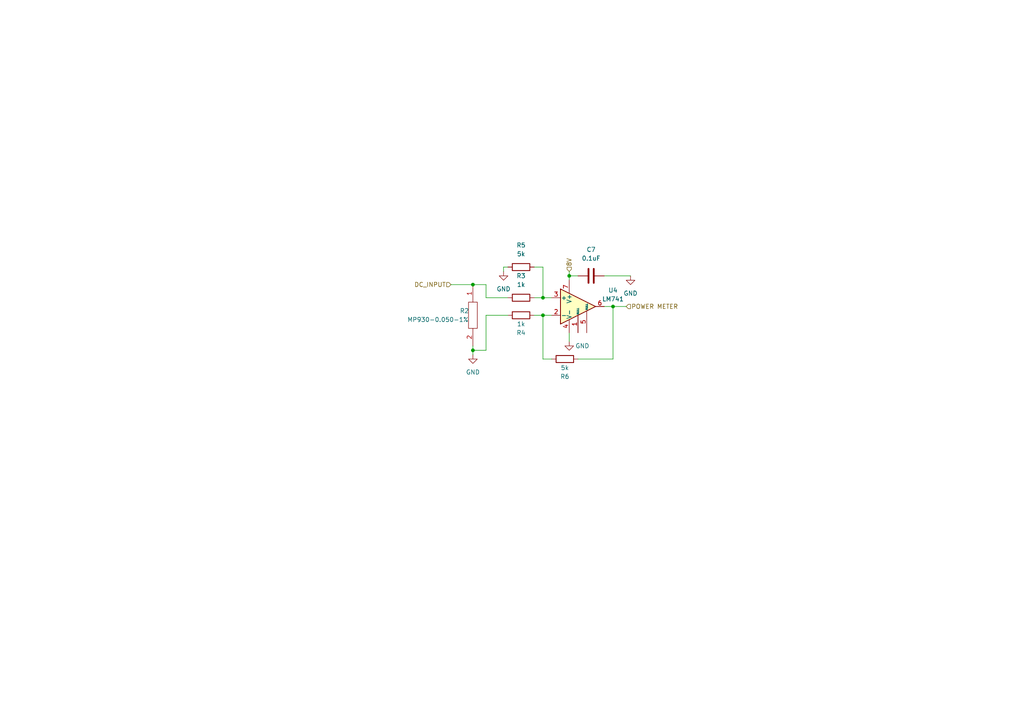
<source format=kicad_sch>
(kicad_sch (version 20211123) (generator eeschema)
  (paper "A4")
  (lib_symbols
    (symbol "Amplifier_Operational:LM741" (pin_names (offset 0.127))
      (property "Reference" "U" (at 0 6.35 0))
      (property "Value" "LM741" (at 0 3.81 0))
      (symbol "LM741_0_1"
        (polyline (pts (xy -5.08 5.08) (xy 5.08 0) (xy -5.08 -5.08) (xy -5.08 5.08)) (stroke (width 0.254)) (fill (type background)))
      )
      (symbol "LM741_1_1"
        (pin input line (at 0 -7.62 90) (length 5.08) (name "NULL") (number "1"))
        (pin input line (at -7.62 -2.54 0) (length 2.54) (name "-") (number "2"))
        (pin input line (at -7.62 2.54 0) (length 2.54) (name "+") (number "3"))
        (pin power_in line (at -2.54 -7.62 90) (length 3.81) (name "V-") (number "4"))
        (pin input line (at 2.54 -7.62 90) (length 6.35) (name "NULL") (number "5"))
        (pin output line (at 7.62 0 180) (length 2.54) (name "~") (number "6"))
        (pin power_in line (at -2.54 7.62 270) (length 3.81) (name "V+") (number "7"))
        (pin no_connect line (at 0 2.54 270) (length 2.54) hide (name "NC") (number "8"))
      )
    )
    (symbol "Componenti_aggiuntivi:MP930-0.050-1%" (pin_names (offset 0.762))
      (property "Reference" "R" (at 13.97 6.35 0))
      (property "Value" "MP930-0.050-1%" (at 13.97 3.81 0))
      (symbol "MP930-0.050-1%_0_0"
        (pin passive line (at 0 0 0) (length 5.08) (name "~") (number "1"))
        (pin passive line (at 17.78 0 180) (length 5.08) (name "~") (number "2"))
      )
      (symbol "MP930-0.050-1%_0_1"
        (polyline (pts (xy 5.08 1.27) (xy 12.7 1.27) (xy 12.7 -1.27) (xy 5.08 -1.27) (xy 5.08 1.27)) (stroke (width 0.1524)))
      )
    )
    (symbol "Device:C" (pin_numbers hide) (pin_names (offset 0.254))
      (property "Reference" "C" (at 0.635 2.54 0))
      (property "Value" "C" (at 0.635 -2.54 0))
      (symbol "C_0_1"
        (polyline (pts (xy -2.032 -0.762) (xy 2.032 -0.762)) (stroke (width 0.508)))
        (polyline (pts (xy -2.032 0.762) (xy 2.032 0.762)) (stroke (width 0.508)))
      )
      (symbol "C_1_1"
        (pin passive line (at 0 3.81 270) (length 2.794) (name "~") (number "1"))
        (pin passive line (at 0 -3.81 90) (length 2.794) (name "~") (number "2"))
      )
    )
    (symbol "Device:R" (pin_numbers hide) (pin_names (offset 0))
      (property "Reference" "R" (at 2.032 0 90))
      (property "Value" "R" (at 0 0 90))
      (symbol "R_0_1"
        (rectangle (start -1.016 -2.54) (end 1.016 2.54) (stroke (width 0.254)))
      )
      (symbol "R_1_1"
        (pin passive line (at 0 3.81 270) (length 1.27) (name "~") (number "1"))
        (pin passive line (at 0 -3.81 90) (length 1.27) (name "~") (number "2"))
      )
    )
    (symbol "power:GND" (power) (pin_names (offset 0))
      (property "Value" "GND" (at 0 -3.81 0))
      (symbol "GND_0_1"
        (polyline (pts (xy 0 0) (xy 0 -1.27) (xy 1.27 -1.27) (xy 0 -2.54) (xy -1.27 -1.27) (xy 0 -1.27)))
      )
      (symbol "GND_1_1"
        (pin power_in line (at 0 0 270) (length 0) hide (name "GND") (number "1"))
      )
    )
  )
  (junction (at 157.48 91.44))
  (junction (at 137.16 101.6))
  (junction (at 165.1 80.01))
  (junction (at 137.16 82.55))
  (junction (at 157.48 86.36))
  (junction (at 177.8 88.9))
  (wire (pts (xy 140.97 86.36) (xy 147.32 86.36)))
  (wire (pts (xy 130.81 82.55) (xy 137.16 82.55)))
  (wire (pts (xy 177.8 104.14) (xy 177.8 88.9)))
  (wire (pts (xy 140.97 101.6) (xy 137.16 101.6)))
  (wire (pts (xy 137.16 101.6) (xy 137.16 102.87)))
  (wire (pts (xy 146.05 78.74) (xy 146.05 77.47)))
  (wire (pts (xy 167.64 104.14) (xy 177.8 104.14)))
  (wire (pts (xy 154.94 86.36) (xy 157.48 86.36)))
  (wire (pts (xy 157.48 86.36) (xy 160.02 86.36)))
  (wire (pts (xy 177.8 88.9) (xy 175.26 88.9)))
  (wire (pts (xy 154.94 91.44) (xy 157.48 91.44)))
  (wire (pts (xy 157.48 91.44) (xy 160.02 91.44)))
  (wire (pts (xy 140.97 91.44) (xy 147.32 91.44)))
  (wire (pts (xy 175.26 80.01) (xy 182.88 80.01)))
  (wire (pts (xy 137.16 100.33) (xy 137.16 101.6)))
  (wire (pts (xy 157.48 91.44) (xy 157.48 104.14)))
  (wire (pts (xy 137.16 82.55) (xy 140.97 82.55)))
  (wire (pts (xy 157.48 77.47) (xy 157.48 86.36)))
  (wire (pts (xy 146.05 77.47) (xy 147.32 77.47)))
  (wire (pts (xy 165.1 96.52) (xy 165.1 99.06)))
  (wire (pts (xy 165.1 80.01) (xy 165.1 81.28)))
  (wire (pts (xy 140.97 91.44) (xy 140.97 101.6)))
  (wire (pts (xy 165.1 78.74) (xy 165.1 80.01)))
  (wire (pts (xy 154.94 77.47) (xy 157.48 77.47)))
  (wire (pts (xy 140.97 86.36) (xy 140.97 82.55)))
  (wire (pts (xy 165.1 80.01) (xy 167.64 80.01)))
  (wire (pts (xy 160.02 104.14) (xy 157.48 104.14)))
  (wire (pts (xy 177.8 88.9) (xy 181.61 88.9)))
  (hierarchical_label "POWER METER" (shape input) (at 181.61 88.9 0))
  (hierarchical_label "8V" (shape input) (at 165.1 78.74 90))
  (hierarchical_label "DC_INPUT" (shape input) (at 130.81 82.55 180))
  (symbol (lib_id "Device:R") (at 163.83 104.14 270) (unit 1)
    (property "Reference" "R6" (at 163.83 109.22 90))
    (property "Value" "5k" (at 163.83 106.68 90))
    (property "Footprint" "Resistor_SMD:R_1206_3216Metric" (effects hide))
  )
  (symbol (lib_id "power:GND") (at 165.1 99.06 0) (unit 1)
    (property "Reference" "#PWR0109" (effects hide))
    (property "Value" "GND" (at 168.91 100.33 0))
  )
  (symbol (lib_id "Device:C") (at 171.45 80.01 90) (unit 1)
    (property "Reference" "C7" (at 171.45 72.39 90))
    (property "Value" "0.1uF" (at 171.45 74.93 90))
    (property "Footprint" "Capacitor_SMD:C_1812_4532Metric" (effects hide))
  )
  (symbol (lib_id "power:GND") (at 146.05 78.74 0) (unit 1)
    (property "Reference" "#PWR0111" (effects hide))
    (property "Value" "GND" (at 146.05 83.82 0))
  )
  (symbol (lib_id "Componenti_aggiuntivi:MP930-0.050-1%") (at 137.16 82.55 270) (unit 1)
    (property "Reference" "R2" (at 133.35 90.17 90) (effects (justify left)))
    (property "Value" "MP930-0.050-1%" (at 118.11 92.71 90) (effects (justify left)))
    (property "Footprint" "Resistor_THT:R_Axial_DIN0204_L3.6mm_D1.6mm_P5.08mm_Vertical" (effects hide))
    (property "Datasheet" "http://www.caddock.com/Online_catalog/Mrktg_Lit/MP9000_Series.pdf" (effects hide))
    (property "Description" "MP930 power film resistor,0.05R 30W Caddock MP930 Series TO-220 Radial Power Film Resistor 50m +/-1% 30W 0  +200ppm/C" (effects hide))
    (property "Height" "3.44" (effects hide))
    (property "Manufacturer_Name" "Caddock" (effects hide))
    (property "Manufacturer_Part_Number" "MP930-0.050-1%" (effects hide))
    (property "Mouser Part Number" "684-MP930-0.05" (effects hide))
    (property "Mouser Price/Stock" "https://www.mouser.co.uk/ProductDetail/Caddock/MP930-0050-1?qs=YqNA2qefETCPjLsT6Lxdzw%3D%3D" (effects hide))
  )
  (symbol (lib_id "Device:R") (at 151.13 77.47 270) (unit 1)
    (property "Reference" "R5" (at 151.13 71.12 90))
    (property "Value" "5k" (at 151.13 73.66 90))
    (property "Footprint" "Resistor_SMD:R_1206_3216Metric" (effects hide))
  )
  (symbol (lib_id "Device:R") (at 151.13 86.36 270) (unit 1)
    (property "Reference" "R3" (at 151.13 80.01 90))
    (property "Value" "1k" (at 151.13 82.55 90))
    (property "Footprint" "Resistor_SMD:R_1206_3216Metric" (effects hide))
  )
  (symbol (lib_id "power:GND") (at 182.88 80.01 0) (unit 1)
    (property "Reference" "#PWR0110" (effects hide))
    (property "Value" "GND" (at 182.88 85.09 0))
  )
  (symbol (lib_id "Amplifier_Operational:LM741") (at 167.64 88.9 0) (unit 1)
    (property "Reference" "U4" (at 177.8 84.201 0))
    (property "Value" "LM741" (at 177.8 86.741 0))
    (property "Footprint" "Package_DIP:DIP-8_W7.62mm_LongPads" (effects hide))
    (property "Datasheet" "http://www.ti.com/lit/ds/symlink/lm741.pdf" (effects hide))
  )
  (symbol (lib_id "power:GND") (at 137.16 102.87 0) (unit 1)
    (property "Reference" "#PWR0112" (effects hide))
    (property "Value" "GND" (at 137.16 107.95 0))
  )
  (symbol (lib_id "Device:R") (at 151.13 91.44 270) (unit 1)
    (property "Reference" "R4" (at 151.13 96.52 90))
    (property "Value" "1k" (at 151.13 93.98 90))
    (property "Footprint" "Resistor_SMD:R_1206_3216Metric" (effects hide))
  )
)
</source>
